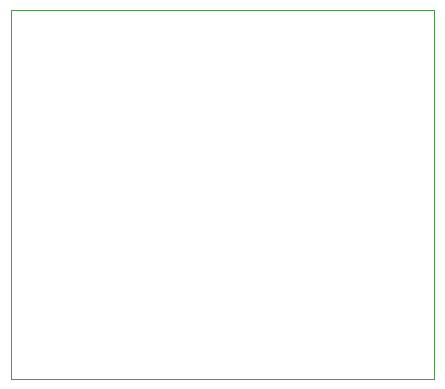
<source format=gbr>
%TF.GenerationSoftware,KiCad,Pcbnew,(5.99.0-11014-g82f3df4086)*%
%TF.CreationDate,2021-07-07T15:05:39-04:00*%
%TF.ProjectId,DigitimerPulseExtender,44696769-7469-46d6-9572-50756c736545,rev?*%
%TF.SameCoordinates,Original*%
%TF.FileFunction,Profile,NP*%
%FSLAX46Y46*%
G04 Gerber Fmt 4.6, Leading zero omitted, Abs format (unit mm)*
G04 Created by KiCad (PCBNEW (5.99.0-11014-g82f3df4086)) date 2021-07-07 15:05:39*
%MOMM*%
%LPD*%
G01*
G04 APERTURE LIST*
%TA.AperFunction,Profile*%
%ADD10C,0.100000*%
%TD*%
G04 APERTURE END LIST*
D10*
X34544000Y-37846000D02*
X70358000Y-37846000D01*
X70358000Y-37846000D02*
X70358000Y-69088000D01*
X70358000Y-69088000D02*
X34544000Y-69088000D01*
X34544000Y-69088000D02*
X34544000Y-37846000D01*
M02*

</source>
